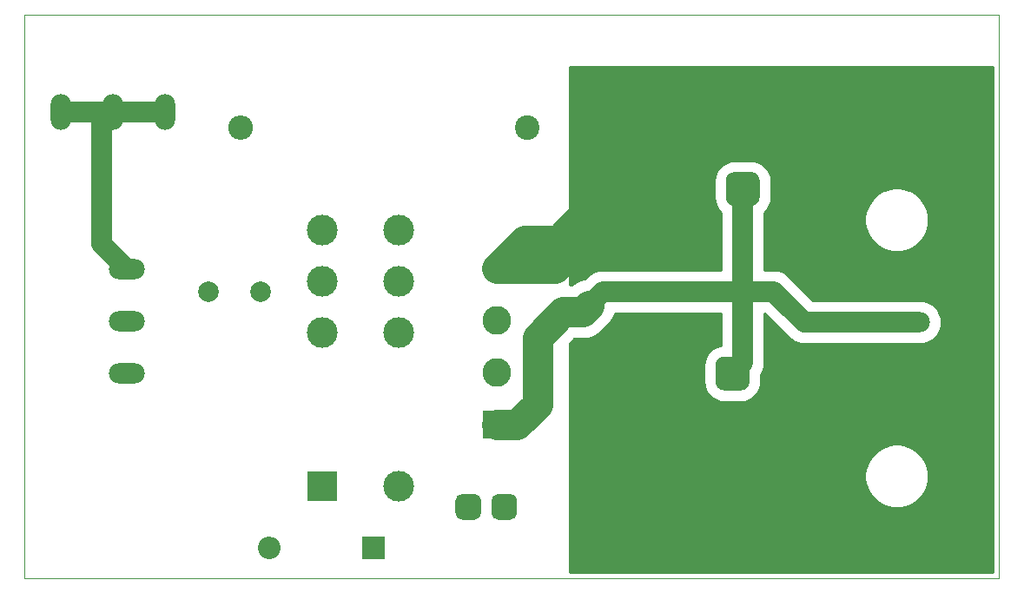
<source format=gbr>
G04 #@! TF.GenerationSoftware,KiCad,Pcbnew,(5.1.6)-1*
G04 #@! TF.CreationDate,2020-05-22T14:14:26+02:00*
G04 #@! TF.ProjectId,rect4,72656374-342e-46b6-9963-61645f706362,rev?*
G04 #@! TF.SameCoordinates,PX17d7840PYaba9500*
G04 #@! TF.FileFunction,Copper,L2,Bot*
G04 #@! TF.FilePolarity,Positive*
%FSLAX46Y46*%
G04 Gerber Fmt 4.6, Leading zero omitted, Abs format (unit mm)*
G04 Created by KiCad (PCBNEW (5.1.6)-1) date 2020-05-22 14:14:26*
%MOMM*%
%LPD*%
G01*
G04 APERTURE LIST*
G04 #@! TA.AperFunction,Profile*
%ADD10C,0.050000*%
G04 #@! TD*
G04 #@! TA.AperFunction,ComponentPad*
%ADD11O,2.000000X3.500000*%
G04 #@! TD*
G04 #@! TA.AperFunction,ComponentPad*
%ADD12O,1.600000X1.600000*%
G04 #@! TD*
G04 #@! TA.AperFunction,ComponentPad*
%ADD13C,1.600000*%
G04 #@! TD*
G04 #@! TA.AperFunction,ComponentPad*
%ADD14O,2.400000X2.400000*%
G04 #@! TD*
G04 #@! TA.AperFunction,ComponentPad*
%ADD15C,2.400000*%
G04 #@! TD*
G04 #@! TA.AperFunction,ComponentPad*
%ADD16C,3.000000*%
G04 #@! TD*
G04 #@! TA.AperFunction,ComponentPad*
%ADD17R,3.000000X3.000000*%
G04 #@! TD*
G04 #@! TA.AperFunction,ComponentPad*
%ADD18O,3.500000X2.000000*%
G04 #@! TD*
G04 #@! TA.AperFunction,ComponentPad*
%ADD19C,1.500000*%
G04 #@! TD*
G04 #@! TA.AperFunction,ComponentPad*
%ADD20C,2.000000*%
G04 #@! TD*
G04 #@! TA.AperFunction,ComponentPad*
%ADD21R,2.800000X2.800000*%
G04 #@! TD*
G04 #@! TA.AperFunction,ComponentPad*
%ADD22C,2.800000*%
G04 #@! TD*
G04 #@! TA.AperFunction,ComponentPad*
%ADD23O,2.200000X2.200000*%
G04 #@! TD*
G04 #@! TA.AperFunction,ComponentPad*
%ADD24R,2.200000X2.200000*%
G04 #@! TD*
G04 #@! TA.AperFunction,ComponentPad*
%ADD25C,3.300000*%
G04 #@! TD*
G04 #@! TA.AperFunction,ViaPad*
%ADD26C,0.800000*%
G04 #@! TD*
G04 #@! TA.AperFunction,Conductor*
%ADD27C,2.000000*%
G04 #@! TD*
G04 #@! TA.AperFunction,Conductor*
%ADD28C,3.000000*%
G04 #@! TD*
G04 #@! TA.AperFunction,Conductor*
%ADD29C,0.254000*%
G04 #@! TD*
G04 APERTURE END LIST*
D10*
X0Y55000000D02*
X95000000Y55000000D01*
X0Y0D02*
X0Y55000000D01*
X5000000Y0D02*
X0Y0D01*
X95000000Y0D02*
X95000000Y55000000D01*
X5000000Y0D02*
X95000000Y0D01*
D11*
G04 #@! TO.P,J4,3*
G04 #@! TO.N,Earth_Protective*
X13660000Y45500000D03*
G04 #@! TO.P,J4,2*
X8580000Y45500000D03*
G04 #@! TO.P,J4,1*
X3500000Y45500000D03*
G04 #@! TD*
D12*
G04 #@! TO.P,R2,2*
G04 #@! TO.N,VPP*
X55000000Y26620000D03*
D13*
G04 #@! TO.P,R2,1*
G04 #@! TO.N,GNDPWR*
X55000000Y19000000D03*
G04 #@! TD*
D14*
G04 #@! TO.P,R1,2*
G04 #@! TO.N,Net-(F1-Pad1)*
X21060000Y44000000D03*
D15*
G04 #@! TO.P,R1,1*
G04 #@! TO.N,/L_switched*
X49000000Y44000000D03*
G04 #@! TD*
D16*
G04 #@! TO.P,K1,14*
G04 #@! TO.N,/L_switched*
X29000000Y34000000D03*
G04 #@! TO.P,K1,21*
G04 #@! TO.N,Net-(F1-Pad1)*
X36500000Y29000000D03*
G04 #@! TO.P,K1,12*
G04 #@! TO.N,Net-(K1-Pad12)*
X29000000Y24000000D03*
G04 #@! TO.P,K1,22*
G04 #@! TO.N,Net-(K1-Pad22)*
X36500000Y24000000D03*
G04 #@! TO.P,K1,24*
G04 #@! TO.N,/L_switched*
X36500000Y34000000D03*
G04 #@! TO.P,K1,11*
G04 #@! TO.N,Net-(F1-Pad1)*
X29000000Y29000000D03*
G04 #@! TO.P,K1,A2*
G04 #@! TO.N,Net-(D1-Pad1)*
X36500000Y9000000D03*
D17*
G04 #@! TO.P,K1,A1*
G04 #@! TO.N,Net-(D1-Pad2)*
X29000000Y9000000D03*
G04 #@! TD*
D18*
G04 #@! TO.P,J3,2*
G04 #@! TO.N,GNDPWR*
X86500000Y19920000D03*
G04 #@! TO.P,J3,1*
G04 #@! TO.N,VPP*
X86500000Y25000000D03*
G04 #@! TD*
G04 #@! TO.P,J2,2*
G04 #@! TO.N,Net-(D1-Pad2)*
G04 #@! TA.AperFunction,SMDPad,CuDef*
G36*
G01*
X45500000Y6375000D02*
X45500000Y7625000D01*
G75*
G02*
X46125000Y8250000I625000J0D01*
G01*
X47375000Y8250000D01*
G75*
G02*
X48000000Y7625000I0J-625000D01*
G01*
X48000000Y6375000D01*
G75*
G02*
X47375000Y5750000I-625000J0D01*
G01*
X46125000Y5750000D01*
G75*
G02*
X45500000Y6375000I0J625000D01*
G01*
G37*
G04 #@! TD.AperFunction*
G04 #@! TO.P,J2,1*
G04 #@! TO.N,Net-(D1-Pad1)*
G04 #@! TA.AperFunction,SMDPad,CuDef*
G36*
G01*
X42000000Y6375000D02*
X42000000Y7625000D01*
G75*
G02*
X42625000Y8250000I625000J0D01*
G01*
X43875000Y8250000D01*
G75*
G02*
X44500000Y7625000I0J-625000D01*
G01*
X44500000Y6375000D01*
G75*
G02*
X43875000Y5750000I-625000J0D01*
G01*
X42625000Y5750000D01*
G75*
G02*
X42000000Y6375000I0J625000D01*
G01*
G37*
G04 #@! TD.AperFunction*
D19*
X43250000Y7000000D03*
G04 #@! TO.P,J2,2*
G04 #@! TO.N,Net-(D1-Pad2)*
X46750000Y7000000D03*
G04 #@! TD*
D18*
G04 #@! TO.P,J1,3*
G04 #@! TO.N,Earth_Protective*
X10000000Y30160000D03*
G04 #@! TO.P,J1,2*
G04 #@! TO.N,Net-(F1-Pad2)*
X10000000Y25080000D03*
G04 #@! TO.P,J1,1*
G04 #@! TO.N,Net-(D2-Pad2)*
X10000000Y20000000D03*
G04 #@! TD*
D20*
G04 #@! TO.P,F1,2*
G04 #@! TO.N,Net-(F1-Pad2)*
X17920000Y28010000D03*
G04 #@! TO.P,F1,1*
G04 #@! TO.N,Net-(F1-Pad1)*
X23000000Y28000000D03*
G04 #@! TD*
D21*
G04 #@! TO.P,D2,1*
G04 #@! TO.N,VPP*
X46000000Y15000000D03*
D22*
G04 #@! TO.P,D2,2*
G04 #@! TO.N,Net-(D2-Pad2)*
X46000000Y20080000D03*
G04 #@! TO.P,D2,3*
G04 #@! TO.N,/L_switched*
X46000000Y25160000D03*
G04 #@! TO.P,D2,4*
G04 #@! TO.N,GNDPWR*
X46000000Y30240000D03*
G04 #@! TD*
D23*
G04 #@! TO.P,D1,2*
G04 #@! TO.N,Net-(D1-Pad2)*
X23840000Y3000000D03*
D24*
G04 #@! TO.P,D1,1*
G04 #@! TO.N,Net-(D1-Pad1)*
X34000000Y3000000D03*
G04 #@! TD*
G04 #@! TO.P,C2,1*
G04 #@! TO.N,VPP*
G04 #@! TA.AperFunction,ComponentPad*
G36*
G01*
X70825000Y36350000D02*
X69175000Y36350000D01*
G75*
G02*
X68350000Y37175000I0J825000D01*
G01*
X68350000Y38825000D01*
G75*
G02*
X69175000Y39650000I825000J0D01*
G01*
X70825000Y39650000D01*
G75*
G02*
X71650000Y38825000I0J-825000D01*
G01*
X71650000Y37175000D01*
G75*
G02*
X70825000Y36350000I-825000J0D01*
G01*
G37*
G04 #@! TD.AperFunction*
D25*
G04 #@! TO.P,C2,2*
G04 #@! TO.N,GNDPWR*
X70000000Y48000000D03*
G04 #@! TD*
G04 #@! TO.P,C1,1*
G04 #@! TO.N,VPP*
G04 #@! TA.AperFunction,ComponentPad*
G36*
G01*
X68175000Y21650000D02*
X69825000Y21650000D01*
G75*
G02*
X70650000Y20825000I0J-825000D01*
G01*
X70650000Y19175000D01*
G75*
G02*
X69825000Y18350000I-825000J0D01*
G01*
X68175000Y18350000D01*
G75*
G02*
X67350000Y19175000I0J825000D01*
G01*
X67350000Y20825000D01*
G75*
G02*
X68175000Y21650000I825000J0D01*
G01*
G37*
G04 #@! TD.AperFunction*
G04 #@! TO.P,C1,2*
G04 #@! TO.N,GNDPWR*
X69000000Y10000000D03*
G04 #@! TD*
D26*
G04 #@! TO.N,VPP*
X83500000Y25000000D03*
X82000000Y25000000D03*
X80500000Y25000000D03*
X79000000Y25000000D03*
X77500000Y25000000D03*
X76000000Y25000000D03*
X74750000Y26250000D03*
X73500000Y27500000D03*
X72000000Y28000000D03*
X70000000Y28000000D03*
X68000000Y28000000D03*
X66000000Y28000000D03*
X64000000Y28000000D03*
X62000000Y28000000D03*
X60000000Y28000000D03*
X58000000Y28000000D03*
X55940000Y27560000D03*
X70000000Y34000000D03*
X70000000Y32000000D03*
X70000000Y30000000D03*
X70000000Y25500000D03*
X70000000Y23000000D03*
G04 #@! TO.N,GNDPWR*
X67500000Y12500000D03*
X68500000Y12500000D03*
X69500000Y12500000D03*
X70500000Y12500000D03*
X71500000Y12500000D03*
X67500000Y13500000D03*
X68500000Y13500000D03*
X69500000Y13500000D03*
X70500000Y13500000D03*
X71500000Y13500000D03*
X68000000Y45000000D03*
X69000000Y45000000D03*
X70000000Y45000000D03*
X71000000Y45000000D03*
X72000000Y45000000D03*
X72000000Y46000000D03*
X68000000Y46000000D03*
X67000000Y46000000D03*
X67000000Y45000000D03*
X73000000Y45000000D03*
X73000000Y47000000D03*
X73000000Y46000000D03*
X67000000Y47000000D03*
X85000000Y18000000D03*
X86000000Y18000000D03*
X87000000Y18000000D03*
X88000000Y18000000D03*
X89000000Y18000000D03*
X84000000Y18000000D03*
X90000000Y18000000D03*
X90000000Y19000000D03*
X90000000Y20000000D03*
X90000000Y21000000D03*
X89000000Y21000000D03*
X89000000Y20000000D03*
X89000000Y19000000D03*
X84000000Y19000000D03*
X84000000Y20000000D03*
X83000000Y18000000D03*
X83000000Y19000000D03*
X83000000Y20000000D03*
X84000000Y21000000D03*
X83000000Y21000000D03*
X66500000Y13500000D03*
X66500000Y12500000D03*
X71500000Y11500000D03*
X66500000Y11500000D03*
G04 #@! TD*
D27*
G04 #@! TO.N,VPP*
X73000000Y28000000D02*
X73500000Y27500000D01*
X76000000Y25000000D02*
X77500000Y25000000D01*
X55000000Y26620000D02*
X55940000Y27560000D01*
X56380000Y28000000D02*
X58000000Y28000000D01*
X83500000Y25000000D02*
X86500000Y25000000D01*
X82000000Y25000000D02*
X83500000Y25000000D01*
X80500000Y25000000D02*
X82000000Y25000000D01*
X79000000Y25000000D02*
X80500000Y25000000D01*
X77500000Y25000000D02*
X79000000Y25000000D01*
X76000000Y25000000D02*
X76000000Y25000000D01*
X74750000Y26250000D02*
X76000000Y25000000D01*
X73500000Y27500000D02*
X74750000Y26250000D01*
X72000000Y28000000D02*
X73000000Y28000000D01*
X70000000Y28000000D02*
X72000000Y28000000D01*
X68000000Y28000000D02*
X70000000Y28000000D01*
X66000000Y28000000D02*
X68000000Y28000000D01*
X64000000Y28000000D02*
X66000000Y28000000D01*
X62000000Y28000000D02*
X64000000Y28000000D01*
X60000000Y28000000D02*
X62000000Y28000000D01*
X58000000Y28000000D02*
X60000000Y28000000D01*
X55940000Y27560000D02*
X56380000Y28000000D01*
X70000000Y21000000D02*
X69000000Y20000000D01*
X70000000Y38000000D02*
X70000000Y35500000D01*
X70000000Y35500000D02*
X70000000Y34000000D01*
X70000000Y34000000D02*
X70000000Y32500000D01*
X70000000Y32500000D02*
X70000000Y31000000D01*
X70000000Y31000000D02*
X70000000Y26500000D01*
X70000000Y23000000D02*
X70000000Y23000000D01*
X70000000Y25000000D02*
X70000000Y23000000D01*
X70000000Y26500000D02*
X70000000Y25500000D01*
X70000000Y25500000D02*
X70000000Y25000000D01*
X70000000Y23000000D02*
X70000000Y21000000D01*
D28*
X46000000Y15000000D02*
X48000000Y15000000D01*
X48000000Y15000000D02*
X50000000Y17000000D01*
X50000000Y17000000D02*
X50000000Y23500000D01*
X50000000Y23500000D02*
X52500000Y26000000D01*
X54380000Y26000000D02*
X55000000Y26620000D01*
X52500000Y26000000D02*
X54380000Y26000000D01*
G04 #@! TO.N,GNDPWR*
X46000000Y30240000D02*
X51740000Y30240000D01*
X51740000Y30240000D02*
X55000000Y33500000D01*
X46000000Y30240000D02*
X48760000Y33000000D01*
X48760000Y33000000D02*
X51500000Y33000000D01*
X51500000Y33000000D02*
X52000000Y33000000D01*
X52000000Y33000000D02*
X54000000Y35000000D01*
D27*
G04 #@! TO.N,Earth_Protective*
X7500000Y32660000D02*
X10000000Y30160000D01*
X7500000Y45000000D02*
X7000000Y45500000D01*
X7500000Y32660000D02*
X7500000Y45000000D01*
X3500000Y45500000D02*
X7000000Y45500000D01*
X7000000Y45500000D02*
X13660000Y45500000D01*
G04 #@! TD*
D29*
G04 #@! TO.N,GNDPWR*
G36*
X94340000Y660000D02*
G01*
X53127000Y660000D01*
X53127000Y10307983D01*
X81873000Y10307983D01*
X81873000Y9692017D01*
X81993169Y9087888D01*
X82228889Y8518810D01*
X82571101Y8006654D01*
X83006654Y7571101D01*
X83518810Y7228889D01*
X84087888Y6993169D01*
X84692017Y6873000D01*
X85307983Y6873000D01*
X85912112Y6993169D01*
X86481190Y7228889D01*
X86993346Y7571101D01*
X87428899Y8006654D01*
X87771111Y8518810D01*
X88006831Y9087888D01*
X88127000Y9692017D01*
X88127000Y10307983D01*
X88006831Y10912112D01*
X87771111Y11481190D01*
X87428899Y11993346D01*
X86993346Y12428899D01*
X86481190Y12771111D01*
X85912112Y13006831D01*
X85307983Y13127000D01*
X84692017Y13127000D01*
X84087888Y13006831D01*
X83518810Y12771111D01*
X83006654Y12428899D01*
X82571101Y11993346D01*
X82228889Y11481190D01*
X81993169Y10912112D01*
X81873000Y10307983D01*
X53127000Y10307983D01*
X53127000Y22911861D01*
X53588139Y23373000D01*
X54250955Y23373000D01*
X54380000Y23360290D01*
X54509045Y23373000D01*
X54509048Y23373000D01*
X54894982Y23411011D01*
X55390173Y23561226D01*
X55846544Y23805161D01*
X56246557Y24133443D01*
X56328825Y24233687D01*
X56948819Y24853681D01*
X57194838Y25153456D01*
X57438773Y25609827D01*
X57518606Y25873000D01*
X67873000Y25873000D01*
X67873000Y23104487D01*
X67862709Y23000000D01*
X67873000Y22895513D01*
X67873000Y22752709D01*
X67793120Y22744841D01*
X67425915Y22633451D01*
X67087497Y22452563D01*
X66790872Y22209128D01*
X66547437Y21912503D01*
X66366549Y21574085D01*
X66255159Y21206880D01*
X66217547Y20825000D01*
X66217547Y19175000D01*
X66255159Y18793120D01*
X66366549Y18425915D01*
X66547437Y18087497D01*
X66790872Y17790872D01*
X67087497Y17547437D01*
X67425915Y17366549D01*
X67793120Y17255159D01*
X68175000Y17217547D01*
X69825000Y17217547D01*
X70206880Y17255159D01*
X70574085Y17366549D01*
X70912503Y17547437D01*
X71209128Y17790872D01*
X71452563Y18087497D01*
X71633451Y18425915D01*
X71744841Y18793120D01*
X71782453Y19175000D01*
X71782453Y19822613D01*
X71974599Y20182094D01*
X72096224Y20583035D01*
X72127000Y20895513D01*
X72137291Y21000000D01*
X72127000Y21104487D01*
X72127000Y22895513D01*
X72137291Y23000000D01*
X72127000Y23104487D01*
X72127000Y25864969D01*
X74422095Y23569874D01*
X74488707Y23488707D01*
X74712022Y23305437D01*
X74812584Y23222907D01*
X75049593Y23096224D01*
X75182094Y23025401D01*
X75583035Y22903776D01*
X75895513Y22873000D01*
X75895515Y22873000D01*
X76000000Y22862709D01*
X76104485Y22873000D01*
X87354487Y22873000D01*
X87666965Y22903776D01*
X88067906Y23025401D01*
X88437415Y23222907D01*
X88761293Y23488707D01*
X89027093Y23812585D01*
X89224599Y24182094D01*
X89346224Y24583035D01*
X89387291Y25000000D01*
X89346224Y25416965D01*
X89224599Y25817906D01*
X89027093Y26187415D01*
X88761293Y26511293D01*
X88437415Y26777093D01*
X88067906Y26974599D01*
X87666965Y27096224D01*
X87354487Y27127000D01*
X76881031Y27127000D01*
X74577905Y29430126D01*
X74511293Y29511293D01*
X74187415Y29777093D01*
X73817906Y29974599D01*
X73416965Y30096224D01*
X73104487Y30127000D01*
X73104485Y30127000D01*
X73000000Y30137291D01*
X72895515Y30127000D01*
X72127000Y30127000D01*
X72127000Y35307983D01*
X81873000Y35307983D01*
X81873000Y34692017D01*
X81993169Y34087888D01*
X82228889Y33518810D01*
X82571101Y33006654D01*
X83006654Y32571101D01*
X83518810Y32228889D01*
X84087888Y31993169D01*
X84692017Y31873000D01*
X85307983Y31873000D01*
X85912112Y31993169D01*
X86481190Y32228889D01*
X86993346Y32571101D01*
X87428899Y33006654D01*
X87771111Y33518810D01*
X88006831Y34087888D01*
X88127000Y34692017D01*
X88127000Y35307983D01*
X88006831Y35912112D01*
X87771111Y36481190D01*
X87428899Y36993346D01*
X86993346Y37428899D01*
X86481190Y37771111D01*
X85912112Y38006831D01*
X85307983Y38127000D01*
X84692017Y38127000D01*
X84087888Y38006831D01*
X83518810Y37771111D01*
X83006654Y37428899D01*
X82571101Y36993346D01*
X82228889Y36481190D01*
X81993169Y35912112D01*
X81873000Y35307983D01*
X72127000Y35307983D01*
X72127000Y35723471D01*
X72209128Y35790872D01*
X72452563Y36087497D01*
X72633451Y36425915D01*
X72744841Y36793120D01*
X72782453Y37175000D01*
X72782453Y38825000D01*
X72744841Y39206880D01*
X72633451Y39574085D01*
X72452563Y39912503D01*
X72209128Y40209128D01*
X71912503Y40452563D01*
X71574085Y40633451D01*
X71206880Y40744841D01*
X70825000Y40782453D01*
X69175000Y40782453D01*
X68793120Y40744841D01*
X68425915Y40633451D01*
X68087497Y40452563D01*
X67790872Y40209128D01*
X67547437Y39912503D01*
X67366549Y39574085D01*
X67255159Y39206880D01*
X67217547Y38825000D01*
X67217547Y37175000D01*
X67255159Y36793120D01*
X67366549Y36425915D01*
X67547437Y36087497D01*
X67790872Y35790872D01*
X67873000Y35723471D01*
X67873000Y30127000D01*
X56484485Y30127000D01*
X56380000Y30137291D01*
X56275515Y30127000D01*
X56275513Y30127000D01*
X55963035Y30096224D01*
X55562094Y29974599D01*
X55192585Y29777093D01*
X54868707Y29511293D01*
X54802095Y29430126D01*
X54591439Y29219470D01*
X54485017Y29208988D01*
X53989827Y29058773D01*
X53533456Y28814838D01*
X53304575Y28627000D01*
X53127000Y28627000D01*
X53127000Y49873000D01*
X94340001Y49873000D01*
X94340000Y660000D01*
G37*
X94340000Y660000D02*
X53127000Y660000D01*
X53127000Y10307983D01*
X81873000Y10307983D01*
X81873000Y9692017D01*
X81993169Y9087888D01*
X82228889Y8518810D01*
X82571101Y8006654D01*
X83006654Y7571101D01*
X83518810Y7228889D01*
X84087888Y6993169D01*
X84692017Y6873000D01*
X85307983Y6873000D01*
X85912112Y6993169D01*
X86481190Y7228889D01*
X86993346Y7571101D01*
X87428899Y8006654D01*
X87771111Y8518810D01*
X88006831Y9087888D01*
X88127000Y9692017D01*
X88127000Y10307983D01*
X88006831Y10912112D01*
X87771111Y11481190D01*
X87428899Y11993346D01*
X86993346Y12428899D01*
X86481190Y12771111D01*
X85912112Y13006831D01*
X85307983Y13127000D01*
X84692017Y13127000D01*
X84087888Y13006831D01*
X83518810Y12771111D01*
X83006654Y12428899D01*
X82571101Y11993346D01*
X82228889Y11481190D01*
X81993169Y10912112D01*
X81873000Y10307983D01*
X53127000Y10307983D01*
X53127000Y22911861D01*
X53588139Y23373000D01*
X54250955Y23373000D01*
X54380000Y23360290D01*
X54509045Y23373000D01*
X54509048Y23373000D01*
X54894982Y23411011D01*
X55390173Y23561226D01*
X55846544Y23805161D01*
X56246557Y24133443D01*
X56328825Y24233687D01*
X56948819Y24853681D01*
X57194838Y25153456D01*
X57438773Y25609827D01*
X57518606Y25873000D01*
X67873000Y25873000D01*
X67873000Y23104487D01*
X67862709Y23000000D01*
X67873000Y22895513D01*
X67873000Y22752709D01*
X67793120Y22744841D01*
X67425915Y22633451D01*
X67087497Y22452563D01*
X66790872Y22209128D01*
X66547437Y21912503D01*
X66366549Y21574085D01*
X66255159Y21206880D01*
X66217547Y20825000D01*
X66217547Y19175000D01*
X66255159Y18793120D01*
X66366549Y18425915D01*
X66547437Y18087497D01*
X66790872Y17790872D01*
X67087497Y17547437D01*
X67425915Y17366549D01*
X67793120Y17255159D01*
X68175000Y17217547D01*
X69825000Y17217547D01*
X70206880Y17255159D01*
X70574085Y17366549D01*
X70912503Y17547437D01*
X71209128Y17790872D01*
X71452563Y18087497D01*
X71633451Y18425915D01*
X71744841Y18793120D01*
X71782453Y19175000D01*
X71782453Y19822613D01*
X71974599Y20182094D01*
X72096224Y20583035D01*
X72127000Y20895513D01*
X72137291Y21000000D01*
X72127000Y21104487D01*
X72127000Y22895513D01*
X72137291Y23000000D01*
X72127000Y23104487D01*
X72127000Y25864969D01*
X74422095Y23569874D01*
X74488707Y23488707D01*
X74712022Y23305437D01*
X74812584Y23222907D01*
X75049593Y23096224D01*
X75182094Y23025401D01*
X75583035Y22903776D01*
X75895513Y22873000D01*
X75895515Y22873000D01*
X76000000Y22862709D01*
X76104485Y22873000D01*
X87354487Y22873000D01*
X87666965Y22903776D01*
X88067906Y23025401D01*
X88437415Y23222907D01*
X88761293Y23488707D01*
X89027093Y23812585D01*
X89224599Y24182094D01*
X89346224Y24583035D01*
X89387291Y25000000D01*
X89346224Y25416965D01*
X89224599Y25817906D01*
X89027093Y26187415D01*
X88761293Y26511293D01*
X88437415Y26777093D01*
X88067906Y26974599D01*
X87666965Y27096224D01*
X87354487Y27127000D01*
X76881031Y27127000D01*
X74577905Y29430126D01*
X74511293Y29511293D01*
X74187415Y29777093D01*
X73817906Y29974599D01*
X73416965Y30096224D01*
X73104487Y30127000D01*
X73104485Y30127000D01*
X73000000Y30137291D01*
X72895515Y30127000D01*
X72127000Y30127000D01*
X72127000Y35307983D01*
X81873000Y35307983D01*
X81873000Y34692017D01*
X81993169Y34087888D01*
X82228889Y33518810D01*
X82571101Y33006654D01*
X83006654Y32571101D01*
X83518810Y32228889D01*
X84087888Y31993169D01*
X84692017Y31873000D01*
X85307983Y31873000D01*
X85912112Y31993169D01*
X86481190Y32228889D01*
X86993346Y32571101D01*
X87428899Y33006654D01*
X87771111Y33518810D01*
X88006831Y34087888D01*
X88127000Y34692017D01*
X88127000Y35307983D01*
X88006831Y35912112D01*
X87771111Y36481190D01*
X87428899Y36993346D01*
X86993346Y37428899D01*
X86481190Y37771111D01*
X85912112Y38006831D01*
X85307983Y38127000D01*
X84692017Y38127000D01*
X84087888Y38006831D01*
X83518810Y37771111D01*
X83006654Y37428899D01*
X82571101Y36993346D01*
X82228889Y36481190D01*
X81993169Y35912112D01*
X81873000Y35307983D01*
X72127000Y35307983D01*
X72127000Y35723471D01*
X72209128Y35790872D01*
X72452563Y36087497D01*
X72633451Y36425915D01*
X72744841Y36793120D01*
X72782453Y37175000D01*
X72782453Y38825000D01*
X72744841Y39206880D01*
X72633451Y39574085D01*
X72452563Y39912503D01*
X72209128Y40209128D01*
X71912503Y40452563D01*
X71574085Y40633451D01*
X71206880Y40744841D01*
X70825000Y40782453D01*
X69175000Y40782453D01*
X68793120Y40744841D01*
X68425915Y40633451D01*
X68087497Y40452563D01*
X67790872Y40209128D01*
X67547437Y39912503D01*
X67366549Y39574085D01*
X67255159Y39206880D01*
X67217547Y38825000D01*
X67217547Y37175000D01*
X67255159Y36793120D01*
X67366549Y36425915D01*
X67547437Y36087497D01*
X67790872Y35790872D01*
X67873000Y35723471D01*
X67873000Y30127000D01*
X56484485Y30127000D01*
X56380000Y30137291D01*
X56275515Y30127000D01*
X56275513Y30127000D01*
X55963035Y30096224D01*
X55562094Y29974599D01*
X55192585Y29777093D01*
X54868707Y29511293D01*
X54802095Y29430126D01*
X54591439Y29219470D01*
X54485017Y29208988D01*
X53989827Y29058773D01*
X53533456Y28814838D01*
X53304575Y28627000D01*
X53127000Y28627000D01*
X53127000Y49873000D01*
X94340001Y49873000D01*
X94340000Y660000D01*
G04 #@! TD*
M02*

</source>
